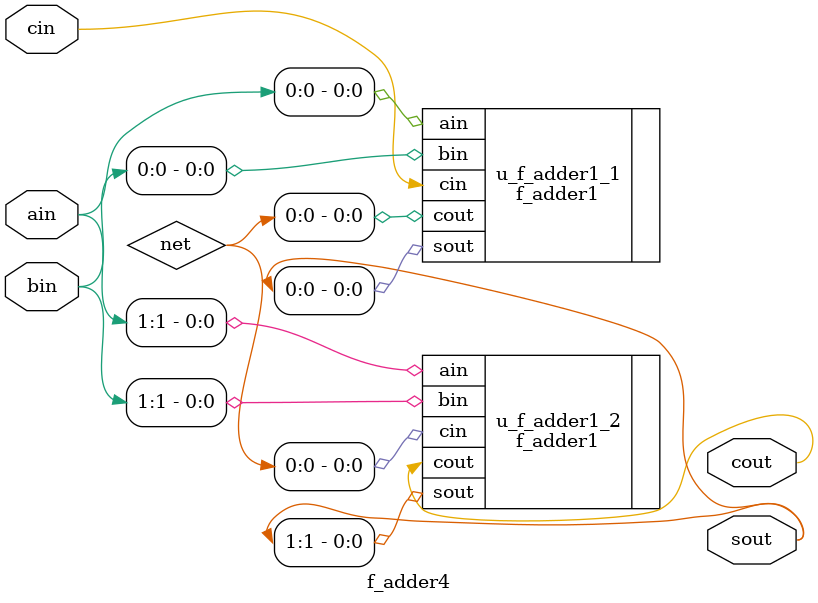
<source format=v>
module f_adder4 (
    input [3:0] ain,
    input [3:0] bin,
    input cin,

    output [3:0] sout,
    output cout
);
    // wire
    wire [2:0] net;

    // main code
    f_adder1 u_f_adder1_1(
        .ain  ( ain[0] ),
        .bin  ( bin[0] ),
        .cin  ( cin    ),
        .sout ( sout[0] ),
        .cout ( net[0]  )
    );

    f_adder1 u_f_adder1_2(
        .ain  ( ain[1] ),
        .bin  ( bin[1] ),
        .cin  ( net[0]  ),
        .sout ( sout[1] ),
        .cout ( cout /*net[1]*/  )
    );

//    f_adder1 u_f_adder1_3(
//        .ain  ( ain[2] ),
//        .bin  ( bin[2] ),
//        .cin  ( net[1]  ),
//        .sout ( sout[2] ),
//        .cout ( net[2]  )
//    );
//
//    f_adder1 u_f_adder1_4(
//        .ain  ( ain[3] ),
//        .bin  ( bin[3] ),
//        .cin  ( net[2]  ),
//        .sout ( sout[3] ),
//        .cout ( cout    )
//    );

endmodule
</source>
